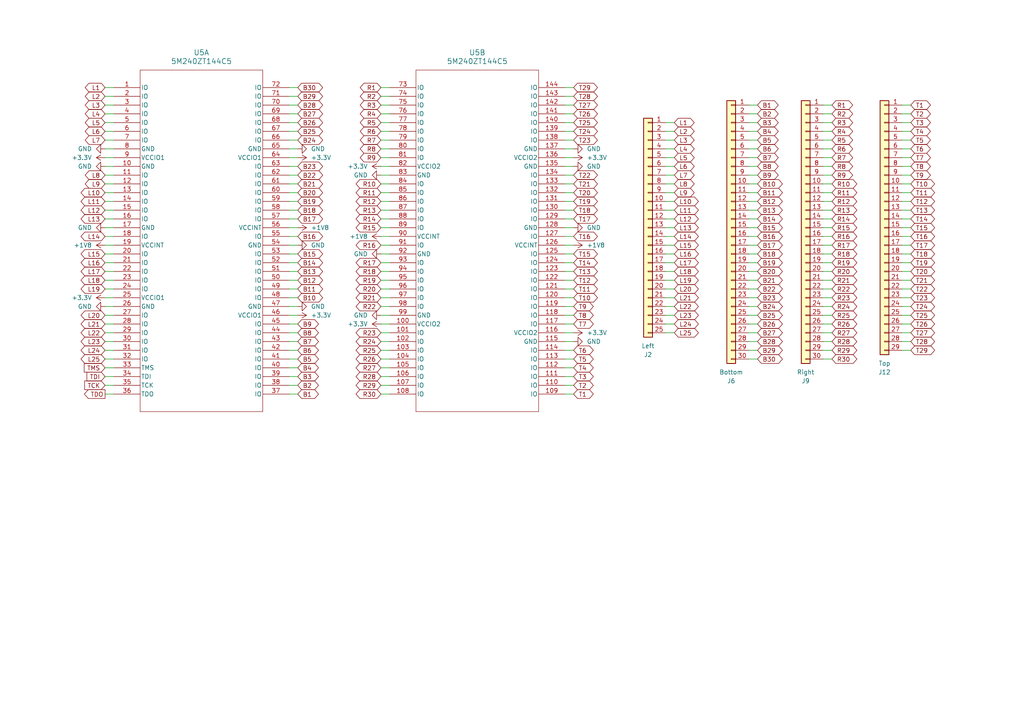
<source format=kicad_sch>
(kicad_sch (version 20230121) (generator eeschema)
  (paper "A4")
  (wire (pts (xy 110.49 106.68) (xy 113.03 106.68)))
  (wire (pts (xy 163.83 88.9) (xy 166.37 88.9)))
  (wire (pts (xy 83.82 68.58) (xy 86.36 68.58)))
  (wire (pts (xy 193.04 83.82) (xy 195.58 83.82)))
  (wire (pts (xy 163.83 76.2) (xy 166.37 76.2)))
  (wire (pts (xy 193.04 55.88) (xy 195.58 55.88)))
  (wire (pts (xy 238.76 96.52) (xy 241.3 96.52)))
  (wire (pts (xy 110.49 68.58) (xy 113.03 68.58)))
  (wire (pts (xy 83.82 111.76) (xy 86.36 111.76)))
  (wire (pts (xy 217.17 88.9) (xy 219.71 88.9)))
  (wire (pts (xy 193.04 73.66) (xy 195.58 73.66)))
  (wire (pts (xy 110.49 66.04) (xy 113.03 66.04)))
  (wire (pts (xy 261.62 30.48) (xy 264.16 30.48)))
  (wire (pts (xy 83.82 93.98) (xy 86.36 93.98)))
  (wire (pts (xy 30.48 73.66) (xy 33.02 73.66)))
  (wire (pts (xy 238.76 38.1) (xy 241.3 38.1)))
  (wire (pts (xy 217.17 66.04) (xy 219.71 66.04)))
  (wire (pts (xy 163.83 55.88) (xy 166.37 55.88)))
  (wire (pts (xy 217.17 68.58) (xy 219.71 68.58)))
  (wire (pts (xy 30.48 45.72) (xy 33.02 45.72)))
  (wire (pts (xy 110.49 76.2) (xy 113.03 76.2)))
  (wire (pts (xy 238.76 45.72) (xy 241.3 45.72)))
  (wire (pts (xy 30.48 104.14) (xy 33.02 104.14)))
  (wire (pts (xy 217.17 55.88) (xy 219.71 55.88)))
  (wire (pts (xy 83.82 45.72) (xy 86.36 45.72)))
  (wire (pts (xy 163.83 38.1) (xy 166.37 38.1)))
  (wire (pts (xy 110.49 35.56) (xy 113.03 35.56)))
  (wire (pts (xy 83.82 91.44) (xy 86.36 91.44)))
  (wire (pts (xy 83.82 101.6) (xy 86.36 101.6)))
  (wire (pts (xy 110.49 53.34) (xy 113.03 53.34)))
  (wire (pts (xy 238.76 63.5) (xy 241.3 63.5)))
  (wire (pts (xy 163.83 104.14) (xy 166.37 104.14)))
  (wire (pts (xy 238.76 99.06) (xy 241.3 99.06)))
  (wire (pts (xy 110.49 38.1) (xy 113.03 38.1)))
  (wire (pts (xy 30.48 71.12) (xy 33.02 71.12)))
  (wire (pts (xy 238.76 40.64) (xy 241.3 40.64)))
  (wire (pts (xy 110.49 50.8) (xy 113.03 50.8)))
  (wire (pts (xy 163.83 86.36) (xy 166.37 86.36)))
  (wire (pts (xy 30.48 81.28) (xy 33.02 81.28)))
  (wire (pts (xy 83.82 81.28) (xy 86.36 81.28)))
  (wire (pts (xy 238.76 48.26) (xy 241.3 48.26)))
  (wire (pts (xy 238.76 55.88) (xy 241.3 55.88)))
  (wire (pts (xy 261.62 35.56) (xy 264.16 35.56)))
  (wire (pts (xy 163.83 33.02) (xy 166.37 33.02)))
  (wire (pts (xy 83.82 35.56) (xy 86.36 35.56)))
  (wire (pts (xy 193.04 40.64) (xy 195.58 40.64)))
  (wire (pts (xy 163.83 50.8) (xy 166.37 50.8)))
  (wire (pts (xy 193.04 66.04) (xy 195.58 66.04)))
  (wire (pts (xy 238.76 73.66) (xy 241.3 73.66)))
  (wire (pts (xy 193.04 76.2) (xy 195.58 76.2)))
  (wire (pts (xy 163.83 43.18) (xy 166.37 43.18)))
  (wire (pts (xy 110.49 58.42) (xy 113.03 58.42)))
  (wire (pts (xy 261.62 40.64) (xy 264.16 40.64)))
  (wire (pts (xy 163.83 99.06) (xy 166.37 99.06)))
  (wire (pts (xy 217.17 63.5) (xy 219.71 63.5)))
  (wire (pts (xy 163.83 81.28) (xy 166.37 81.28)))
  (wire (pts (xy 217.17 93.98) (xy 219.71 93.98)))
  (wire (pts (xy 83.82 25.4) (xy 86.36 25.4)))
  (wire (pts (xy 163.83 83.82) (xy 166.37 83.82)))
  (wire (pts (xy 110.49 114.3) (xy 113.03 114.3)))
  (wire (pts (xy 163.83 30.48) (xy 166.37 30.48)))
  (wire (pts (xy 238.76 71.12) (xy 241.3 71.12)))
  (wire (pts (xy 30.48 38.1) (xy 33.02 38.1)))
  (wire (pts (xy 193.04 71.12) (xy 195.58 71.12)))
  (wire (pts (xy 261.62 93.98) (xy 264.16 93.98)))
  (wire (pts (xy 217.17 48.26) (xy 219.71 48.26)))
  (wire (pts (xy 30.48 50.8) (xy 33.02 50.8)))
  (wire (pts (xy 163.83 53.34) (xy 166.37 53.34)))
  (wire (pts (xy 30.48 43.18) (xy 33.02 43.18)))
  (wire (pts (xy 30.48 63.5) (xy 33.02 63.5)))
  (wire (pts (xy 217.17 78.74) (xy 219.71 78.74)))
  (wire (pts (xy 217.17 33.02) (xy 219.71 33.02)))
  (wire (pts (xy 30.48 66.04) (xy 33.02 66.04)))
  (wire (pts (xy 217.17 73.66) (xy 219.71 73.66)))
  (wire (pts (xy 193.04 53.34) (xy 195.58 53.34)))
  (wire (pts (xy 30.48 27.94) (xy 33.02 27.94)))
  (wire (pts (xy 238.76 93.98) (xy 241.3 93.98)))
  (wire (pts (xy 261.62 88.9) (xy 264.16 88.9)))
  (wire (pts (xy 238.76 101.6) (xy 241.3 101.6)))
  (wire (pts (xy 166.37 109.22) (xy 163.83 109.22)))
  (wire (pts (xy 193.04 96.52) (xy 195.58 96.52)))
  (wire (pts (xy 166.37 111.76) (xy 163.83 111.76)))
  (wire (pts (xy 193.04 93.98) (xy 195.58 93.98)))
  (wire (pts (xy 217.17 50.8) (xy 219.71 50.8)))
  (wire (pts (xy 30.48 33.02) (xy 33.02 33.02)))
  (wire (pts (xy 238.76 78.74) (xy 241.3 78.74)))
  (wire (pts (xy 163.83 45.72) (xy 166.37 45.72)))
  (wire (pts (xy 83.82 48.26) (xy 86.36 48.26)))
  (wire (pts (xy 110.49 109.22) (xy 113.03 109.22)))
  (wire (pts (xy 261.62 73.66) (xy 264.16 73.66)))
  (wire (pts (xy 30.48 86.36) (xy 33.02 86.36)))
  (wire (pts (xy 30.48 58.42) (xy 33.02 58.42)))
  (wire (pts (xy 261.62 81.28) (xy 264.16 81.28)))
  (wire (pts (xy 163.83 66.04) (xy 166.37 66.04)))
  (wire (pts (xy 163.83 91.44) (xy 166.37 91.44)))
  (wire (pts (xy 217.17 45.72) (xy 219.71 45.72)))
  (wire (pts (xy 30.48 109.22) (xy 33.02 109.22)))
  (wire (pts (xy 83.82 43.18) (xy 86.36 43.18)))
  (wire (pts (xy 238.76 43.18) (xy 241.3 43.18)))
  (wire (pts (xy 238.76 104.14) (xy 241.3 104.14)))
  (wire (pts (xy 261.62 99.06) (xy 264.16 99.06)))
  (wire (pts (xy 83.82 50.8) (xy 86.36 50.8)))
  (wire (pts (xy 83.82 96.52) (xy 86.36 96.52)))
  (wire (pts (xy 193.04 91.44) (xy 195.58 91.44)))
  (wire (pts (xy 30.48 48.26) (xy 33.02 48.26)))
  (wire (pts (xy 238.76 58.42) (xy 241.3 58.42)))
  (wire (pts (xy 30.48 53.34) (xy 33.02 53.34)))
  (wire (pts (xy 110.49 27.94) (xy 113.03 27.94)))
  (wire (pts (xy 217.17 101.6) (xy 219.71 101.6)))
  (wire (pts (xy 261.62 43.18) (xy 264.16 43.18)))
  (wire (pts (xy 261.62 76.2) (xy 264.16 76.2)))
  (wire (pts (xy 193.04 45.72) (xy 195.58 45.72)))
  (wire (pts (xy 163.83 60.96) (xy 166.37 60.96)))
  (wire (pts (xy 163.83 40.64) (xy 166.37 40.64)))
  (wire (pts (xy 163.83 68.58) (xy 166.37 68.58)))
  (wire (pts (xy 83.82 106.68) (xy 86.36 106.68)))
  (wire (pts (xy 83.82 71.12) (xy 86.36 71.12)))
  (wire (pts (xy 238.76 33.02) (xy 241.3 33.02)))
  (wire (pts (xy 83.82 27.94) (xy 86.36 27.94)))
  (wire (pts (xy 30.48 35.56) (xy 33.02 35.56)))
  (wire (pts (xy 110.49 73.66) (xy 113.03 73.66)))
  (wire (pts (xy 261.62 50.8) (xy 264.16 50.8)))
  (wire (pts (xy 30.48 40.64) (xy 33.02 40.64)))
  (wire (pts (xy 261.62 71.12) (xy 264.16 71.12)))
  (wire (pts (xy 238.76 53.34) (xy 241.3 53.34)))
  (wire (pts (xy 193.04 43.18) (xy 195.58 43.18)))
  (wire (pts (xy 110.49 111.76) (xy 113.03 111.76)))
  (wire (pts (xy 238.76 91.44) (xy 241.3 91.44)))
  (wire (pts (xy 163.83 96.52) (xy 166.37 96.52)))
  (wire (pts (xy 261.62 66.04) (xy 264.16 66.04)))
  (wire (pts (xy 83.82 33.02) (xy 86.36 33.02)))
  (wire (pts (xy 110.49 33.02) (xy 113.03 33.02)))
  (wire (pts (xy 110.49 25.4) (xy 113.03 25.4)))
  (wire (pts (xy 217.17 38.1) (xy 219.71 38.1)))
  (wire (pts (xy 217.17 96.52) (xy 219.71 96.52)))
  (wire (pts (xy 238.76 60.96) (xy 241.3 60.96)))
  (wire (pts (xy 83.82 55.88) (xy 86.36 55.88)))
  (wire (pts (xy 83.82 66.04) (xy 86.36 66.04)))
  (wire (pts (xy 217.17 104.14) (xy 219.71 104.14)))
  (wire (pts (xy 83.82 86.36) (xy 86.36 86.36)))
  (wire (pts (xy 83.82 60.96) (xy 86.36 60.96)))
  (wire (pts (xy 110.49 91.44) (xy 113.03 91.44)))
  (wire (pts (xy 83.82 78.74) (xy 86.36 78.74)))
  (wire (pts (xy 110.49 63.5) (xy 113.03 63.5)))
  (wire (pts (xy 238.76 86.36) (xy 241.3 86.36)))
  (wire (pts (xy 261.62 48.26) (xy 264.16 48.26)))
  (wire (pts (xy 217.17 76.2) (xy 219.71 76.2)))
  (wire (pts (xy 217.17 58.42) (xy 219.71 58.42)))
  (wire (pts (xy 261.62 55.88) (xy 264.16 55.88)))
  (wire (pts (xy 217.17 99.06) (xy 219.71 99.06)))
  (wire (pts (xy 217.17 91.44) (xy 219.71 91.44)))
  (wire (pts (xy 110.49 86.36) (xy 113.03 86.36)))
  (wire (pts (xy 193.04 88.9) (xy 195.58 88.9)))
  (wire (pts (xy 163.83 71.12) (xy 166.37 71.12)))
  (wire (pts (xy 110.49 71.12) (xy 113.03 71.12)))
  (wire (pts (xy 163.83 58.42) (xy 166.37 58.42)))
  (wire (pts (xy 110.49 30.48) (xy 113.03 30.48)))
  (wire (pts (xy 238.76 66.04) (xy 241.3 66.04)))
  (wire (pts (xy 193.04 63.5) (xy 195.58 63.5)))
  (wire (pts (xy 193.04 50.8) (xy 195.58 50.8)))
  (wire (pts (xy 193.04 81.28) (xy 195.58 81.28)))
  (wire (pts (xy 83.82 73.66) (xy 86.36 73.66)))
  (wire (pts (xy 83.82 104.14) (xy 86.36 104.14)))
  (wire (pts (xy 238.76 88.9) (xy 241.3 88.9)))
  (wire (pts (xy 193.04 48.26) (xy 195.58 48.26)))
  (wire (pts (xy 163.83 25.4) (xy 166.37 25.4)))
  (wire (pts (xy 238.76 83.82) (xy 241.3 83.82)))
  (wire (pts (xy 83.82 88.9) (xy 86.36 88.9)))
  (wire (pts (xy 83.82 38.1) (xy 86.36 38.1)))
  (wire (pts (xy 110.49 60.96) (xy 113.03 60.96)))
  (wire (pts (xy 193.04 60.96) (xy 195.58 60.96)))
  (wire (pts (xy 110.49 93.98) (xy 113.03 93.98)))
  (wire (pts (xy 261.62 58.42) (xy 264.16 58.42)))
  (wire (pts (xy 30.48 101.6) (xy 33.02 101.6)))
  (wire (pts (xy 110.49 43.18) (xy 113.03 43.18)))
  (wire (pts (xy 261.62 91.44) (xy 264.16 91.44)))
  (wire (pts (xy 238.76 50.8) (xy 241.3 50.8)))
  (wire (pts (xy 30.48 93.98) (xy 33.02 93.98)))
  (wire (pts (xy 83.82 53.34) (xy 86.36 53.34)))
  (wire (pts (xy 238.76 76.2) (xy 241.3 76.2)))
  (wire (pts (xy 110.49 81.28) (xy 113.03 81.28)))
  (wire (pts (xy 110.49 83.82) (xy 113.03 83.82)))
  (wire (pts (xy 83.82 63.5) (xy 86.36 63.5)))
  (wire (pts (xy 217.17 53.34) (xy 219.71 53.34)))
  (wire (pts (xy 163.83 35.56) (xy 166.37 35.56)))
  (wire (pts (xy 193.04 58.42) (xy 195.58 58.42)))
  (wire (pts (xy 238.76 68.58) (xy 241.3 68.58)))
  (wire (pts (xy 30.48 60.96) (xy 33.02 60.96)))
  (wire (pts (xy 217.17 60.96) (xy 219.71 60.96)))
  (wire (pts (xy 83.82 40.64) (xy 86.36 40.64)))
  (wire (pts (xy 86.36 114.3) (xy 83.82 114.3)))
  (wire (pts (xy 110.49 48.26) (xy 113.03 48.26)))
  (wire (pts (xy 261.62 60.96) (xy 264.16 60.96)))
  (wire (pts (xy 261.62 101.6) (xy 264.16 101.6)))
  (wire (pts (xy 217.17 86.36) (xy 219.71 86.36)))
  (wire (pts (xy 261.62 38.1) (xy 264.16 38.1)))
  (wire (pts (xy 163.83 63.5) (xy 166.37 63.5)))
  (wire (pts (xy 261.62 33.02) (xy 264.16 33.02)))
  (wire (pts (xy 30.48 76.2) (xy 33.02 76.2)))
  (wire (pts (xy 261.62 53.34) (xy 264.16 53.34)))
  (wire (pts (xy 163.83 73.66) (xy 166.37 73.66)))
  (wire (pts (xy 110.49 101.6) (xy 113.03 101.6)))
  (wire (pts (xy 30.48 111.76) (xy 33.02 111.76)))
  (wire (pts (xy 163.83 78.74) (xy 166.37 78.74)))
  (wire (pts (xy 30.48 25.4) (xy 33.02 25.4)))
  (wire (pts (xy 110.49 55.88) (xy 113.03 55.88)))
  (wire (pts (xy 163.83 93.98) (xy 166.37 93.98)))
  (wire (pts (xy 261.62 63.5) (xy 264.16 63.5)))
  (wire (pts (xy 193.04 78.74) (xy 195.58 78.74)))
  (wire (pts (xy 83.82 30.48) (xy 86.36 30.48)))
  (wire (pts (xy 30.48 83.82) (xy 33.02 83.82)))
  (wire (pts (xy 238.76 81.28) (xy 241.3 81.28)))
  (wire (pts (xy 83.82 58.42) (xy 86.36 58.42)))
  (wire (pts (xy 261.62 45.72) (xy 264.16 45.72)))
  (wire (pts (xy 166.37 106.68) (xy 163.83 106.68)))
  (wire (pts (xy 110.49 78.74) (xy 113.03 78.74)))
  (wire (pts (xy 261.62 78.74) (xy 264.16 78.74)))
  (wire (pts (xy 193.04 68.58) (xy 195.58 68.58)))
  (wire (pts (xy 193.04 38.1) (xy 195.58 38.1)))
  (wire (pts (xy 83.82 109.22) (xy 86.36 109.22)))
  (wire (pts (xy 217.17 30.48) (xy 219.71 30.48)))
  (wire (pts (xy 163.83 101.6) (xy 166.37 101.6)))
  (wire (pts (xy 110.49 88.9) (xy 113.03 88.9)))
  (wire (pts (xy 83.82 76.2) (xy 86.36 76.2)))
  (wire (pts (xy 238.76 30.48) (xy 241.3 30.48)))
  (wire (pts (xy 30.48 78.74) (xy 33.02 78.74)))
  (wire (pts (xy 261.62 86.36) (xy 264.16 86.36)))
  (wire (pts (xy 30.48 99.06) (xy 33.02 99.06)))
  (wire (pts (xy 217.17 81.28) (xy 219.71 81.28)))
  (wire (pts (xy 193.04 86.36) (xy 195.58 86.36)))
  (wire (pts (xy 30.48 88.9) (xy 33.02 88.9)))
  (wire (pts (xy 30.48 91.44) (xy 33.02 91.44)))
  (wire (pts (xy 163.83 48.26) (xy 166.37 48.26)))
  (wire (pts (xy 261.62 68.58) (xy 264.16 68.58)))
  (wire (pts (xy 110.49 40.64) (xy 113.03 40.64)))
  (wire (pts (xy 166.37 114.3) (xy 163.83 114.3)))
  (wire (pts (xy 238.76 35.56) (xy 241.3 35.56)))
  (wire (pts (xy 193.04 35.56) (xy 195.58 35.56)))
  (wire (pts (xy 163.83 27.94) (xy 166.37 27.94)))
  (wire (pts (xy 217.17 35.56) (xy 219.71 35.56)))
  (wire (pts (xy 30.48 55.88) (xy 33.02 55.88)))
  (wire (pts (xy 261.62 83.82) (xy 264.16 83.82)))
  (wire (pts (xy 110.49 45.72) (xy 113.03 45.72)))
  (wire (pts (xy 217.17 71.12) (xy 219.71 71.12)))
  (wire (pts (xy 83.82 83.82) (xy 86.36 83.82)))
  (wire (pts (xy 30.48 30.48) (xy 33.02 30.48)))
  (wire (pts (xy 30.48 68.58) (xy 33.02 68.58)))
  (wire (pts (xy 217.17 83.82) (xy 219.71 83.82)))
  (wire (pts (xy 110.49 104.14) (xy 113.03 104.14)))
  (wire (pts (xy 30.48 96.52) (xy 33.02 96.52)))
  (wire (pts (xy 30.48 114.3) (xy 33.02 114.3)))
  (wire (pts (xy 217.17 43.18) (xy 219.71 43.18)))
  (wire (pts (xy 110.49 99.06) (xy 113.03 99.06)))
  (wire (pts (xy 217.17 40.64) (xy 219.71 40.64)))
  (wire (pts (xy 110.49 96.52) (xy 113.03 96.52)))
  (wire (pts (xy 30.48 106.68) (xy 33.02 106.68)))
  (wire (pts (xy 83.82 99.06) (xy 86.36 99.06)))
  (wire (pts (xy 261.62 96.52) (xy 264.16 96.52)))
  (global_label "B20" (shape bidirectional) (at 86.36 55.88 0) (property "Intersheetrefs" "${INTERSHEET_REFS}" (effects hide)))
  (global_label "L3" (shape bidirectional) (at 30.48 30.48 180) (property "Intersheetrefs" "${INTERSHEET_REFS}" (effects hide)))
  (global_label "B5" (shape bidirectional) (at 219.71 40.64 0) (property "Intersheetrefs" "${INTERSHEET_REFS}" (effects hide)))
  (global_label "T7" (shape bidirectional) (at 166.37 93.98 0) (property "Intersheetrefs" "${INTERSHEET_REFS}" (effects hide)))
  (global_label "B12" (shape bidirectional) (at 86.36 81.28 0) (property "Intersheetrefs" "${INTERSHEET_REFS}" (effects hide)))
  (global_label "T6" (shape bidirectional) (at 264.16 43.18 0) (property "Intersheetrefs" "${INTERSHEET_REFS}" (effects hide)))
  (global_label "TCK" (shape input) (at 30.48 111.76 180) (property "Intersheetrefs" "${INTERSHEET_REFS}" (effects hide)))
  (global_label "B7" (shape bidirectional) (at 219.71 45.72 0) (property "Intersheetrefs" "${INTERSHEET_REFS}" (effects hide)))
  (global_label "B23" (shape bidirectional) (at 86.36 48.26 0) (property "Intersheetrefs" "${INTERSHEET_REFS}" (effects hide)))
  (global_label "T13" (shape bidirectional) (at 166.37 78.74 0) (property "Intersheetrefs" "${INTERSHEET_REFS}" (effects hide)))
  (global_label "B6" (shape bidirectional) (at 219.71 43.18 0) (property "Intersheetrefs" "${INTERSHEET_REFS}" (effects hide)))
  (global_label "R28" (shape bidirectional) (at 241.3 99.06 0) (property "Intersheetrefs" "${INTERSHEET_REFS}" (effects hide)))
  (global_label "R17" (shape bidirectional) (at 241.3 71.12 0) (property "Intersheetrefs" "${INTERSHEET_REFS}" (effects hide)))
  (global_label "B8" (shape bidirectional) (at 86.36 96.52 0) (property "Intersheetrefs" "${INTERSHEET_REFS}" (effects hide)))
  (global_label "B16" (shape bidirectional) (at 219.71 68.58 0) (property "Intersheetrefs" "${INTERSHEET_REFS}" (effects hide)))
  (global_label "T5" (shape bidirectional) (at 166.37 104.14 0) (property "Intersheetrefs" "${INTERSHEET_REFS}" (effects hide)))
  (global_label "B4" (shape bidirectional) (at 219.71 38.1 0) (property "Intersheetrefs" "${INTERSHEET_REFS}" (effects hide)))
  (global_label "T10" (shape bidirectional) (at 166.37 86.36 0) (property "Intersheetrefs" "${INTERSHEET_REFS}" (effects hide)))
  (global_label "R21" (shape bidirectional) (at 241.3 81.28 0) (property "Intersheetrefs" "${INTERSHEET_REFS}" (effects hide)))
  (global_label "R7" (shape bidirectional) (at 110.49 40.64 180) (property "Intersheetrefs" "${INTERSHEET_REFS}" (effects hide)))
  (global_label "R6" (shape bidirectional) (at 241.3 43.18 0) (property "Intersheetrefs" "${INTERSHEET_REFS}" (effects hide)))
  (global_label "T4" (shape bidirectional) (at 264.16 38.1 0) (property "Intersheetrefs" "${INTERSHEET_REFS}" (effects hide)))
  (global_label "B13" (shape bidirectional) (at 86.36 78.74 0) (property "Intersheetrefs" "${INTERSHEET_REFS}" (effects hide)))
  (global_label "L14" (shape bidirectional) (at 195.58 68.58 0) (property "Intersheetrefs" "${INTERSHEET_REFS}" (effects hide)))
  (global_label "R28" (shape bidirectional) (at 110.49 109.22 180) (property "Intersheetrefs" "${INTERSHEET_REFS}" (effects hide)))
  (global_label "B4" (shape bidirectional) (at 86.36 106.68 0) (property "Intersheetrefs" "${INTERSHEET_REFS}" (effects hide)))
  (global_label "T6" (shape bidirectional) (at 166.37 101.6 0) (property "Intersheetrefs" "${INTERSHEET_REFS}" (effects hide)))
  (global_label "T2" (shape bidirectional) (at 166.37 111.76 0) (property "Intersheetrefs" "${INTERSHEET_REFS}" (effects hide)))
  (global_label "T8" (shape bidirectional) (at 166.37 91.44 0) (property "Intersheetrefs" "${INTERSHEET_REFS}" (effects hide)))
  (global_label "T22" (shape bidirectional) (at 166.37 50.8 0) (property "Intersheetrefs" "${INTERSHEET_REFS}" (effects hide)))
  (global_label "R8" (shape bidirectional) (at 110.49 43.18 180) (property "Intersheetrefs" "${INTERSHEET_REFS}" (effects hide)))
  (global_label "R11" (shape bidirectional) (at 110.49 55.88 180) (property "Intersheetrefs" "${INTERSHEET_REFS}" (effects hide)))
  (global_label "B29" (shape bidirectional) (at 86.36 27.94 0) (property "Intersheetrefs" "${INTERSHEET_REFS}" (effects hide)))
  (global_label "R14" (shape bidirectional) (at 241.3 63.5 0) (property "Intersheetrefs" "${INTERSHEET_REFS}" (effects hide)))
  (global_label "L25" (shape bidirectional) (at 195.58 96.52 0) (property "Intersheetrefs" "${INTERSHEET_REFS}" (effects hide)))
  (global_label "R9" (shape bidirectional) (at 110.49 45.72 180) (property "Intersheetrefs" "${INTERSHEET_REFS}" (effects hide)))
  (global_label "R16" (shape bidirectional) (at 241.3 68.58 0) (property "Intersheetrefs" "${INTERSHEET_REFS}" (effects hide)))
  (global_label "L18" (shape bidirectional) (at 195.58 78.74 0) (property "Intersheetrefs" "${INTERSHEET_REFS}" (effects hide)))
  (global_label "R22" (shape bidirectional) (at 241.3 83.82 0) (property "Intersheetrefs" "${INTERSHEET_REFS}" (effects hide)))
  (global_label "T5" (shape bidirectional) (at 264.16 40.64 0) (property "Intersheetrefs" "${INTERSHEET_REFS}" (effects hide)))
  (global_label "R1" (shape bidirectional) (at 241.3 30.48 0) (property "Intersheetrefs" "${INTERSHEET_REFS}" (effects hide)))
  (global_label "R18" (shape bidirectional) (at 241.3 73.66 0) (property "Intersheetrefs" "${INTERSHEET_REFS}" (effects hide)))
  (global_label "T24" (shape bidirectional) (at 264.16 88.9 0) (property "Intersheetrefs" "${INTERSHEET_REFS}" (effects hide)))
  (global_label "TDI" (shape input) (at 30.48 109.22 180) (property "Intersheetrefs" "${INTERSHEET_REFS}" (effects hide)))
  (global_label "T14" (shape bidirectional) (at 166.37 76.2 0) (property "Intersheetrefs" "${INTERSHEET_REFS}" (effects hide)))
  (global_label "R30" (shape bidirectional) (at 241.3 104.14 0) (property "Intersheetrefs" "${INTERSHEET_REFS}" (effects hide)))
  (global_label "L6" (shape bidirectional) (at 30.48 38.1 180) (property "Intersheetrefs" "${INTERSHEET_REFS}" (effects hide)))
  (global_label "B27" (shape bidirectional) (at 86.36 33.02 0) (property "Intersheetrefs" "${INTERSHEET_REFS}" (effects hide)))
  (global_label "B23" (shape bidirectional) (at 219.71 86.36 0) (property "Intersheetrefs" "${INTERSHEET_REFS}" (effects hide)))
  (global_label "L6" (shape bidirectional) (at 195.58 48.26 0) (property "Intersheetrefs" "${INTERSHEET_REFS}" (effects hide)))
  (global_label "B7" (shape bidirectional) (at 86.36 99.06 0) (property "Intersheetrefs" "${INTERSHEET_REFS}" (effects hide)))
  (global_label "L5" (shape bidirectional) (at 30.48 35.56 180) (property "Intersheetrefs" "${INTERSHEET_REFS}" (effects hide)))
  (global_label "B12" (shape bidirectional) (at 219.71 58.42 0) (property "Intersheetrefs" "${INTERSHEET_REFS}" (effects hide)))
  (global_label "R16" (shape bidirectional) (at 110.49 71.12 180) (property "Intersheetrefs" "${INTERSHEET_REFS}" (effects hide)))
  (global_label "R13" (shape bidirectional) (at 110.49 60.96 180) (property "Intersheetrefs" "${INTERSHEET_REFS}" (effects hide)))
  (global_label "L8" (shape bidirectional) (at 195.58 53.34 0) (property "Intersheetrefs" "${INTERSHEET_REFS}" (effects hide)))
  (global_label "R15" (shape bidirectional) (at 110.49 66.04 180) (property "Intersheetrefs" "${INTERSHEET_REFS}" (effects hide)))
  (global_label "L11" (shape bidirectional) (at 30.48 58.42 180) (property "Intersheetrefs" "${INTERSHEET_REFS}" (effects hide)))
  (global_label "L5" (shape bidirectional) (at 195.58 45.72 0) (property "Intersheetrefs" "${INTERSHEET_REFS}" (effects hide)))
  (global_label "T12" (shape bidirectional) (at 264.16 58.42 0) (property "Intersheetrefs" "${INTERSHEET_REFS}" (effects hide)))
  (global_label "L16" (shape bidirectional) (at 30.48 76.2 180) (property "Intersheetrefs" "${INTERSHEET_REFS}" (effects hide)))
  (global_label "T17" (shape bidirectional) (at 264.16 71.12 0) (property "Intersheetrefs" "${INTERSHEET_REFS}" (effects hide)))
  (global_label "R21" (shape bidirectional) (at 110.49 86.36 180) (property "Intersheetrefs" "${INTERSHEET_REFS}" (effects hide)))
  (global_label "R20" (shape bidirectional) (at 241.3 78.74 0) (property "Intersheetrefs" "${INTERSHEET_REFS}" (effects hide)))
  (global_label "R10" (shape bidirectional) (at 110.49 53.34 180) (property "Intersheetrefs" "${INTERSHEET_REFS}" (effects hide)))
  (global_label "T17" (shape bidirectional) (at 166.37 63.5 0) (property "Intersheetrefs" "${INTERSHEET_REFS}" (effects hide)))
  (global_label "L23" (shape bidirectional) (at 30.48 99.06 180) (property "Intersheetrefs" "${INTERSHEET_REFS}" (effects hide)))
  (global_label "L2" (shape bidirectional) (at 30.48 27.94 180) (property "Intersheetrefs" "${INTERSHEET_REFS}" (effects hide)))
  (global_label "B25" (shape bidirectional) (at 86.36 38.1 0) (property "Intersheetrefs" "${INTERSHEET_REFS}" (effects hide)))
  (global_label "B19" (shape bidirectional) (at 219.71 76.2 0) (property "Intersheetrefs" "${INTERSHEET_REFS}" (effects hide)))
  (global_label "B21" (shape bidirectional) (at 86.36 53.34 0) (property "Intersheetrefs" "${INTERSHEET_REFS}" (effects hide)))
  (global_label "T27" (shape bidirectional) (at 166.37 30.48 0) (property "Intersheetrefs" "${INTERSHEET_REFS}" (effects hide)))
  (global_label "T18" (shape bidirectional) (at 166.37 60.96 0) (property "Intersheetrefs" "${INTERSHEET_REFS}" (effects hide)))
  (global_label "L1" (shape bidirectional) (at 195.58 35.56 0) (property "Intersheetrefs" "${INTERSHEET_REFS}" (effects hide)))
  (global_label "R22" (shape bidirectional) (at 110.49 88.9 180) (property "Intersheetrefs" "${INTERSHEET_REFS}" (effects hide)))
  (global_label "B22" (shape bidirectional) (at 219.71 83.82 0) (property "Intersheetrefs" "${INTERSHEET_REFS}" (effects hide)))
  (global_label "B16" (shape bidirectional) (at 86.36 68.58 0) (property "Intersheetrefs" "${INTERSHEET_REFS}" (effects hide)))
  (global_label "T11" (shape bidirectional) (at 264.16 55.88 0) (property "Intersheetrefs" "${INTERSHEET_REFS}" (effects hide)))
  (global_label "T26" (shape bidirectional) (at 166.37 33.02 0) (property "Intersheetrefs" "${INTERSHEET_REFS}" (effects hide)))
  (global_label "L9" (shape bidirectional) (at 30.48 53.34 180) (property "Intersheetrefs" "${INTERSHEET_REFS}" (effects hide)))
  (global_label "R3" (shape bidirectional) (at 110.49 30.48 180) (property "Intersheetrefs" "${INTERSHEET_REFS}" (effects hide)))
  (global_label "L10" (shape bidirectional) (at 30.48 55.88 180) (property "Intersheetrefs" "${INTERSHEET_REFS}" (effects hide)))
  (global_label "R5" (shape bidirectional) (at 241.3 40.64 0) (property "Intersheetrefs" "${INTERSHEET_REFS}" (effects hide)))
  (global_label "R8" (shape bidirectional) (at 241.3 48.26 0) (property "Intersheetrefs" "${INTERSHEET_REFS}" (effects hide)))
  (global_label "L12" (shape bidirectional) (at 30.48 60.96 180) (property "Intersheetrefs" "${INTERSHEET_REFS}" (effects hide)))
  (global_label "T25" (shape bidirectional) (at 264.16 91.44 0) (property "Intersheetrefs" "${INTERSHEET_REFS}" (effects hide)))
  (global_label "L2" (shape bidirectional) (at 195.58 38.1 0) (property "Intersheetrefs" "${INTERSHEET_REFS}" (effects hide)))
  (global_label "B15" (shape bidirectional) (at 86.36 73.66 0) (property "Intersheetrefs" "${INTERSHEET_REFS}" (effects hide)))
  (global_label "T16" (shape bidirectional) (at 166.37 68.58 0) (property "Intersheetrefs" "${INTERSHEET_REFS}" (effects hide)))
  (global_label "B10" (shape bidirectional) (at 86.36 86.36 0) (property "Intersheetrefs" "${INTERSHEET_REFS}" (effects hide)))
  (global_label "B14" (shape bidirectional) (at 219.71 63.5 0) (property "Intersheetrefs" "${INTERSHEET_REFS}" (effects hide)))
  (global_label "R19" (shape bidirectional) (at 241.3 76.2 0) (property "Intersheetrefs" "${INTERSHEET_REFS}" (effects hide)))
  (global_label "L7" (shape bidirectional) (at 30.48 40.64 180) (property "Intersheetrefs" "${INTERSHEET_REFS}" (effects hide)))
  (global_label "B26" (shape bidirectional) (at 86.36 35.56 0) (property "Intersheetrefs" "${INTERSHEET_REFS}" (effects hide)))
  (global_label "R10" (shape bidirectional) (at 241.3 53.34 0) (property "Intersheetrefs" "${INTERSHEET_REFS}" (effects hide)))
  (global_label "L12" (shape bidirectional) (at 195.58 63.5 0) (property "Intersheetrefs" "${INTERSHEET_REFS}" (effects hide)))
  (global_label "T11" (shape bidirectional) (at 166.37 83.82 0) (property "Intersheetrefs" "${INTERSHEET_REFS}" (effects hide)))
  (global_label "B19" (shape bidirectional) (at 86.36 58.42 0) (property "Intersheetrefs" "${INTERSHEET_REFS}" (effects hide)))
  (global_label "B1" (shape bidirectional) (at 86.36 114.3 0) (property "Intersheetrefs" "${INTERSHEET_REFS}" (effects hide)))
  (global_label "T15" (shape bidirectional) (at 264.16 66.04 0) (property "Intersheetrefs" "${INTERSHEET_REFS}" (effects hide)))
  (global_label "T25" (shape bidirectional) (at 166.37 35.56 0) (property "Intersheetrefs" "${INTERSHEET_REFS}" (effects hide)))
  (global_label "R20" (shape bidirectional) (at 110.49 83.82 180) (property "Intersheetrefs" "${INTERSHEET_REFS}" (effects hide)))
  (global_label "R17" (shape bidirectional) (at 110.49 76.2 180) (property "Intersheetrefs" "${INTERSHEET_REFS}" (effects hide)))
  (global_label "T12" (shape bidirectional) (at 166.37 81.28 0) (property "Intersheetrefs" "${INTERSHEET_REFS}" (effects hide)))
  (global_label "L4" (shape bidirectional) (at 195.58 43.18 0) (property "Intersheetrefs" "${INTERSHEET_REFS}" (effects hide)))
  (global_label "B11" (shape bidirectional) (at 86.36 83.82 0) (property "Intersheetrefs" "${INTERSHEET_REFS}" (effects hide)))
  (global_label "L21" (shape bidirectional) (at 195.58 86.36 0) (property "Intersheetrefs" "${INTERSHEET_REFS}" (effects hide)))
  (global_label "R26" (shape bidirectional) (at 241.3 93.98 0) (property "Intersheetrefs" "${INTERSHEET_REFS}" (effects hide)))
  (global_label "L19" (shape bidirectional) (at 195.58 81.28 0) (property "Intersheetrefs" "${INTERSHEET_REFS}" (effects hide)))
  (global_label "T1" (shape bidirectional) (at 264.16 30.48 0) (property "Intersheetrefs" "${INTERSHEET_REFS}" (effects hide)))
  (global_label "B17" (shape bidirectional) (at 86.36 63.5 0) (property "Intersheetrefs" "${INTERSHEET_REFS}" (effects hide)))
  (global_label "R27" (shape bidirectional) (at 110.49 106.68 180) (property "Intersheetrefs" "${INTERSHEET_REFS}" (effects hide)))
  (global_label "B30" (shape bidirectional) (at 86.36 25.4 0) (property "Intersheetrefs" "${INTERSHEET_REFS}" (effects hide)))
  (global_label "R29" (shape bidirectional) (at 241.3 101.6 0) (property "Intersheetrefs" "${INTERSHEET_REFS}" (effects hide)))
  (global_label "B5" (shape bidirectional) (at 86.36 104.14 0) (property "Intersheetrefs" "${INTERSHEET_REFS}" (effects hide)))
  (global_label "B10" (shape bidirectional) (at 219.71 53.34 0) (property "Intersheetrefs" "${INTERSHEET_REFS}" (effects hide)))
  (global_label "T23" (shape bidirectional) (at 264.16 86.36 0) (property "Intersheetrefs" "${INTERSHEET_REFS}" (effects hide)))
  (global_label "L1" (shape bidirectional) (at 30.48 25.4 180) (property "Intersheetrefs" "${INTERSHEET_REFS}" (effects hide)))
  (global_label "L15" (shape bidirectional) (at 195.58 71.12 0) (property "Intersheetrefs" "${INTERSHEET_REFS}" (effects hide)))
  (global_label "B17" (shape bidirectional) (at 219.71 71.12 0) (property "Intersheetrefs" "${INTERSHEET_REFS}" (effects hide)))
  (global_label "R25" (shape bidirectional) (at 241.3 91.44 0) (property "Intersheetrefs" "${INTERSHEET_REFS}" (effects hide)))
  (global_label "B27" (shape bidirectional) (at 219.71 96.52 0) (property "Intersheetrefs" "${INTERSHEET_REFS}" (effects hide)))
  (global_label "B30" (shape bidirectional) (at 219.71 104.14 0) (property "Intersheetrefs" "${INTERSHEET_REFS}" (effects hide)))
  (global_label "T18" (shape bidirectional) (at 264.16 73.66 0) (property "Intersheetrefs" "${INTERSHEET_REFS}" (effects hide)))
  (global_label "L17" (shape bidirectional) (at 195.58 76.2 0) (property "Intersheetrefs" "${INTERSHEET_REFS}" (effects hide)))
  (global_label "R27" (shape bidirectional) (at 241.3 96.52 0) (property "Intersheetrefs" "${INTERSHEET_REFS}" (effects hide)))
  (global_label "L22" (shape bidirectional) (at 30.48 96.52 180) (property "Intersheetrefs" "${INTERSHEET_REFS}" (effects hide)))
  (global_label "T9" (shape bidirectional) (at 166.37 88.9 0) (property "Intersheetrefs" "${INTERSHEET_REFS}" (effects hide)))
  (global_label "B9" (shape bidirectional) (at 219.71 50.8 0) (property "Intersheetrefs" "${INTERSHEET_REFS}" (effects hide)))
  (global_label "T3" (shape bidirectional) (at 166.37 109.22 0) (property "Intersheetrefs" "${INTERSHEET_REFS}" (effects hide)))
  (global_label "T9" (shape bidirectional) (at 264.16 50.8 0) (property "Intersheetrefs" "${INTERSHEET_REFS}" (effects hide)))
  (global_label "B2" (shape bidirectional) (at 86.36 111.76 0) (property "Intersheetrefs" "${INTERSHEET_REFS}" (effects hide)))
  (global_label "L4" (shape bidirectional) (at 30.48 33.02 180) (property "Intersheetrefs" "${INTERSHEET_REFS}" (effects hide)))
  (global_label "B24" (shape bidirectional) (at 219.71 88.9 0) (property "Intersheetrefs" "${INTERSHEET_REFS}" (effects hide)))
  (global_label "L21" (shape bidirectional) (at 30.48 93.98 180) (property "Intersheetrefs" "${INTERSHEET_REFS}" (effects hide)))
  (global_label "T22" (shape bidirectional) (at 264.16 83.82 0) (property "Intersheetrefs" "${INTERSHEET_REFS}" (effects hide)))
  (global_label "L16" (shape bidirectional) (at 195.58 73.66 0) (property "Intersheetrefs" "${INTERSHEET_REFS}" (effects hide)))
  (global_label "R19" (shape bidirectional) (at 110.49 81.28 180) (property "Intersheetrefs" "${INTERSHEET_REFS}" (effects hide)))
  (global_label "T7" (shape bidirectional) (at 264.16 45.72 0) (property "Intersheetrefs" "${INTERSHEET_REFS}" (effects hide)))
  (global_label "R13" (shape bidirectional) (at 241.3 60.96 0) (property "Intersheetrefs" "${INTERSHEET_REFS}" (effects hide)))
  (global_label "T8" (shape bidirectional) (at 264.16 48.26 0) (property "Intersheetrefs" "${INTERSHEET_REFS}" (effects hide)))
  (global_label "T27" (shape bidirectional) (at 264.16 96.52 0) (property "Intersheetrefs" "${INTERSHEET_REFS}" (effects hide)))
  (global_label "T20" (shape bidirectional) (at 264.16 78.74 0) (property "Intersheetrefs" "${INTERSHEET_REFS}" (effects hide)))
  (global_label "R2" (shape bidirectional) (at 110.49 27.94 180) (property "Intersheetrefs" "${INTERSHEET_REFS}" (effects hide)))
  (global_label "T16" (shape bidirectional) (at 264.16 68.58 0) (property "Intersheetrefs" "${INTERSHEET_REFS}" (effects hide)))
  (global_label "R23" (shape bidirectional) (at 241.3 86.36 0) (property "Intersheetrefs" "${INTERSHEET_REFS}" (effects hide)))
  (global_label "B8" (shape bidirectional) (at 219.71 48.26 0) (property "Intersheetrefs" "${INTERSHEET_REFS}" (effects hide)))
  (global_label "T13" (shape bidirectional) (at 264.16 60.96 0) (property "Intersheetrefs" "${INTERSHEET_REFS}" (effects hide)))
  (global_label "L22" (shape bidirectional) (at 195.58 88.9 0) (property "Intersheetrefs" "${INTERSHEET_REFS}" (effects hide)))
  (global_label "L3" (shape bidirectional) (at 195.58 40.64 0) (property "Intersheetrefs" "${INTERSHEET_REFS}" (effects hide)))
  (global_label "B28" (shape bidirectional) (at 219.71 99.06 0) (property "Intersheetrefs" "${INTERSHEET_REFS}" (effects hide)))
  (global_label "B15" (shape bidirectional) (at 219.71 66.04 0) (property "Intersheetrefs" "${INTERSHEET_REFS}" (effects hide)))
  (global_label "B22" (shape bidirectional) (at 86.36 50.8 0) (property "Intersheetrefs" "${INTERSHEET_REFS}" (effects hide)))
  (global_label "B29" (shape bidirectional) (at 219.71 101.6 0) (property "Intersheetrefs" "${INTERSHEET_REFS}" (effects hide)))
  (global_label "L19" (shape bidirectional) (at 30.48 83.82 180) (property "Intersheetrefs" "${INTERSHEET_REFS}" (effects hide)))
  (global_label "L24" (shape bidirectional) (at 30.48 101.6 180) (property "Intersheetrefs" "${INTERSHEET_REFS}" (effects hide)))
  (global_label "R5" (shape bidirectional) (at 110.49 35.56 180) (property "Intersheetrefs" "${INTERSHEET_REFS}" (effects hide)))
  (global_label "R4" (shape bidirectional) (at 110.49 33.02 180) (property "Intersheetrefs" "${INTERSHEET_REFS}" (effects hide)))
  (global_label "L7" (shape bidirectional) (at 195.58 50.8 0) (property "Intersheetrefs" "${INTERSHEET_REFS}" (effects hide)))
  (global_label "R14" (shape bidirectional) (at 110.49 63.5 180) (property "Intersheetrefs" "${INTERSHEET_REFS}" (effects hide)))
  (global_label "B3" (shape bidirectional) (at 219.71 35.56 0) (property "Intersheetrefs" "${INTERSHEET_REFS}" (effects hide)))
  (global_label "R11" (shape bidirectional) (at 241.3 55.88 0) (property "Intersheetrefs" "${INTERSHEET_REFS}" (effects hide)))
  (global_label "R3" (shape bidirectional) (at 241.3 35.56 0) (property "Intersheetrefs" "${INTERSHEET_REFS}" (effects hide)))
  (global_label "R12" (shape bidirectional) (at 110.49 58.42 180) (property "Intersheetrefs" "${INTERSHEET_REFS}" (effects hide)))
  (global_label "T26" (shape bidirectional) (at 264.16 93.98 0) (property "Intersheetrefs" "${INTERSHEET_REFS}" (effects hide)))
  (global_label "L18" (shape bidirectional) (at 30.48 81.28 180) (property "Intersheetrefs" "${INTERSHEET_REFS}" (effects hide)))
  (global_label "L25" (shape bidirectional) (at 30.48 104.14 180) (property "Intersheetrefs" "${INTERSHEET_REFS}" (effects hide)))
  (global_label "T15" (shape bidirectional) (at 166.37 73.66 0) (property "Intersheetrefs" "${INTERSHEET_REFS}" (effects hide)))
  (global_label "T23" (shape bidirectional) (at 166.37 40.64 0) (property "Intersheetrefs" "${INTERSHEET_REFS}" (effects hide)))
  (global_label "R29" (shape bidirectional) (at 110.49 111.76 180) (property "Intersheetrefs" "${INTERSHEET_REFS}" (effects hide)))
  (global_label "B26" (shape bidirectional) (at 219.71 93.98 0) (property "Intersheetrefs" "${INTERSHEET_REFS}" (effects hide)))
  (global_label "B3" (shape bidirectional) (at 86.36 109.22 0) (property "Intersheetrefs" "${INTERSHEET_REFS}" (effects hide)))
  (global_label "T10" (shape bidirectional) (at 264.16 53.34 0) (property "Intersheetrefs" "${INTERSHEET_REFS}" (effects hide)))
  (global_label "L9" (shape bidirectional) (at 195.58 55.88 0) (property "Intersheetrefs" "${INTERSHEET_REFS}" (effects hide)))
  (global_label "B24" (shape bidirectional) (at 86.36 40.64 0) (property "Intersheetrefs" "${INTERSHEET_REFS}" (effects hide)))
  (global_label "B14" (shape bidirectional) (at 86.36 76.2 0) (property "Intersheetrefs" "${INTERSHEET_REFS}" (effects hide)))
  (global_label "T21" (shape bidirectional) (at 166.37 53.34 0) (property "Intersheetrefs" "${INTERSHEET_REFS}" (effects hide)))
  (global_label "R9" (shape bidirectional) (at 241.3 50.8 0) (property "Intersheetrefs" "${INTERSHEET_REFS}" (effects hide)))
  (global_label "L15" (shape bidirectional) (at 30.48 73.66 180) (property "Intersheetrefs" "${INTERSHEET_REFS}" (effects hide)))
  (global_label "T4" (shape bidirectional) (at 166.37 106.68 0) (property "Intersheetrefs" "${INTERSHEET_REFS}" (effects hide)))
  (global_label "T28" (shape bidirectional) (at 166.37 27.94 0) (property "Intersheetrefs" "${INTERSHEET_REFS}" (effects hide)))
  (global_label "L13" (shape bidirectional) (at 195.58 66.04 0) (property "Intersheetrefs" "${INTERSHEET_REFS}" (effects hide)))
  (global_label "L20" (shape bidirectional) (at 195.58 83.82 0) (property "Intersheetrefs" "${INTERSHEET_REFS}" (effects hide)))
  (global_label "T19" (shape bidirectional) (at 264.16 76.2 0) (property "Intersheetrefs" "${INTERSHEET_REFS}" (effects hide)))
  (global_label "R24" (shape bidirectional) (at 241.3 88.9 0) (property "Intersheetrefs" "${INTERSHEET_REFS}" (effects hide)))
  (global_label "R26" (shape bidirectional) (at 110.49 104.14 180) (property "Intersheetrefs" "${INTERSHEET_REFS}" (effects hide)))
  (global_label "R12" (shape bidirectional) (at 241.3 58.42 0) (property "Intersheetrefs" "${INTERSHEET_REFS}" (effects hide)))
  (global_label "L17" (shape bidirectional) (at 30.48 78.74 180) (property "Intersheetrefs" "${INTERSHEET_REFS}" (effects hide)))
  (global_label "T24" (shape bidirectional) (at 166.37 38.1 0) (property "Intersheetrefs" "${INTERSHEET_REFS}" (effects hide)))
  (global_label "TDO" (shape output) (at 30.48 114.3 180) (property "Intersheetrefs" "${INTERSHEET_REFS}" (effects hide)))
  (global_label "L24" (shape bidirectional) (at 195.58 93.98 0) (property "Intersheetrefs" "${INTERSHEET_REFS}" (effects hide)))
  (global_label "B11" (shape bidirectional) (at 219.71 55.88 0) (property "Intersheetrefs" "${INTERSHEET_REFS}" (effects hide)))
  (global_label "B18" (shape bidirectional) (at 86.36 60.96 0) (property "Intersheetrefs" "${INTERSHEET_REFS}" (effects hide)))
  (global_label "T19" (shape bidirectional) (at 166.37 58.42 0) (property "Intersheetrefs" "${INTERSHEET_REFS}" (effects hide)))
  (global_label "B21" (shape bidirectional) (at 219.71 81.28 0) (property "Intersheetrefs" "${INTERSHEET_REFS}" (effects hide)))
  (global_label "T1" (shape bidirectional) (at 166.37 114.3 0) (property "Intersheetrefs" "${INTERSHEET_REFS}" (effects hide)))
  (global_label "T3" (shape bidirectional) (at 264.16 35.56 0) (property "Intersheetrefs" "${INTERSHEET_REFS}" (effects hide)))
  (global_label "B6" (shape bidirectional) (at 86.36 101.6 0) (property "Intersheetrefs" "${INTERSHEET_REFS}" (effects hide)))
  (global_label "TMS" (shape input) (at 30.48 106.68 180) (property "Intersheetrefs" "${INTERSHEET_REFS}" (effects hide)))
  (global_label "R1" (shape bidirectional) (at 110.49 25.4 180) (property "Intersheetrefs" "${INTERSHEET_REFS}" (effects hide)))
  (global_label "T21" (shape bidirectional) (at 264.16 81.28 0) (property "Intersheetrefs" "${INTERSHEET_REFS}" (effects hide)))
  (global_label "T29" (shape bidirectional) (at 166.37 25.4 0) (property "Intersheetrefs" "${INTERSHEET_REFS}" (effects hide)))
  (global_label "L14" (shape bidirectional) (at 30.48 68.58 180) (property "Intersheetrefs" "${INTERSHEET_REFS}" (effects hide)))
  (global_label "R2" (shape bidirectional) (at 241.3 33.02 0) (property "Intersheetrefs" "${INTERSHEET_REFS}" (effects hide)))
  (global_label "R23" (shape bidirectional) (at 110.49 96.52 180) (property "Intersheetrefs" "${INTERSHEET_REFS}" (effects hide)))
  (global_label "T14" (shape bidirectional) (at 264.16 63.5 0) (property "Intersheetrefs" "${INTERSHEET_REFS}" (effects hide)))
  (global_label "T20" (shape bidirectional) (at 166.37 55.88 0) (property "Intersheetrefs" "${INTERSHEET_REFS}" (effects hide)))
  (global_label "B25" (shape bidirectional) (at 219.71 91.44 0) (property "Intersheetrefs" "${INTERSHEET_REFS}" (effects hide)))
  (global_label "R7" (shape bidirectional) (at 241.3 45.72 0) (property "Intersheetrefs" "${INTERSHEET_REFS}" (effects hide)))
  (global_label "R15" (shape bidirectional) (at 241.3 66.04 0) (property "Intersheetrefs" "${INTERSHEET_REFS}" (effects hide)))
  (global_label "L11" (shape bidirectional) (at 195.58 60.96 0) (property "Intersheetrefs" "${INTERSHEET_REFS}" (effects hide)))
  (global_label "R18" (shape bidirectional) (at 110.49 78.74 180) (property "Intersheetrefs" "${INTERSHEET_REFS}" (effects hide)))
  (global_label "L23" (shape bidirectional) (at 195.58 91.44 0) (property "Intersheetrefs" "${INTERSHEET_REFS}" (effects hide)))
  (global_label "L10" (shape bidirectional) (at 195.58 58.42 0) (property "Intersheetrefs" "${INTERSHEET_REFS}" (effects hide)))
  (global_label "R30" (shape bidirectional) (at 110.49 114.3 180) (property "Intersheetrefs" "${INTERSHEET_REFS}" (effects hide)))
  (global_label "B13" (shape bidirectional) (at 219.71 60.96 0) (property "Intersheetrefs" "${INTERSHEET_REFS}" (effects hide)))
  (global_label "R25" (shape bidirectional) (at 110.49 101.6 180) (property "Intersheetrefs" "${INTERSHEET_REFS}" (effects hide)))
  (global_label "R24" (shape bidirectional) (at 110.49 99.06 180) (property "Intersheetrefs" "${INTERSHEET_REFS}" (effects hide)))
  (global_label "B28" (shape bidirectional) (at 86.36 30.48 0) (property "Intersheetrefs" "${INTERSHEET_REFS}" (effects hide)))
  (global_label "T28" (shape bidirectional) (at 264.16 99.06 0) (property "Intersheetrefs" "${INTERSHEET_REFS}" (effects hide)))
  (global_label "B9" (shape bidirectional) (at 86.36 93.98 0) (property "Intersheetrefs" "${INTERSHEET_REFS}" (effects hide)))
  (global_label "T2" (shape bidirectional) (at 264.16 33.02 0) (property "Intersheetrefs" "${INTERSHEET_REFS}" (effects hide)))
  (global_label "L13" (shape bidirectional) (at 30.48 63.5 180) (property "Intersheetrefs" "${INTERSHEET_REFS}" (effects hide)))
  (global_label "R6" (shape bidirectional) (at 110.49 38.1 180) (property "Intersheetrefs" "${INTERSHEET_REFS}" (effects hide)))
  (global_label "T29" (shape bidirectional) (at 264.16 101.6 0) (property "Intersheetrefs" "${INTERSHEET_REFS}" (effects hide)))
  (global_label "B2" (shape bidirectional) (at 219.71 33.02 0) (property "Intersheetrefs" "${INTERSHEET_REFS}" (effects hide)))
  (global_label "L8" (shape bidirectional) (at 30.48 50.8 180) (property "Intersheetrefs" "${INTERSHEET_REFS}" (effects hide)))
  (global_label "L20" (shape bidirectional) (at 30.48 91.44 180) (property "Intersheetrefs" "${INTERSHEET_REFS}" (effects hide)))
  (global_label "B20" (shape bidirectional) (at 219.71 78.74 0) (property "Intersheetrefs" "${INTERSHEET_REFS}" (effects hide)))
  (global_label "B1" (shape bidirectional) (at 219.71 30.48 0) (property "Intersheetrefs" "${INTERSHEET_REFS}" (effects hide)))
  (global_label "B18" (shape bidirectional) (at 219.71 73.66 0) (property "Intersheetrefs" "${INTERSHEET_REFS}" (effects hide)))
  (global_label "R4" (shape bidirectional) (at 241.3 38.1 0) (property "Intersheetrefs" "${INTERSHEET_REFS}" (effects hide)))
  (symbol (lib_id "power:GND") (at 30.48 88.9 270) (unit 1)
    (property "Reference" "#PWR023" (effects hide))
    (property "Value" "GND" (at 26.67 88.9 90) (effects (justify right)))
  )
  (symbol (lib_id "power:+3.3V") (at 30.48 45.72 90) (unit 1)
    (property "Reference" "#PWR041" (effects hide))
    (property "Value" "+3.3V" (at 26.67 45.72 90) (effects (justify left)))
  )
  (symbol (lib_id "power:+3.3V") (at 110.49 48.26 90) (unit 1)
    (property "Reference" "#PWR038" (effects hide))
    (property "Value" "+3.3V" (at 106.68 48.26 90) (effects (justify left)))
  )
  (symbol (lib_id "power:GND") (at 110.49 73.66 270) (unit 1)
    (property "Reference" "#PWR025" (effects hide))
    (property "Value" "GND" (at 106.68 73.66 90) (effects (justify right)))
  )
  (symbol (lib_id "Connector_Generic:Conn_01x29") (at 256.54 66.04 0) (mirror y) (unit 1)
    (property "Reference" "J12" (at 256.54 107.95 0))
    (property "Value" "Top" (at 256.54 105.41 0))
    (property "Footprint" "Connector_PinSocket_2.54mm:PinSocket_1x29_P2.54mm_Vertical" (effects hide))
  )
  (symbol (lib_id "power:GND") (at 30.48 43.18 270) (unit 1)
    (property "Reference" "#PWR020" (effects hide))
    (property "Value" "GND" (at 26.67 43.18 90) (effects (justify right)))
  )
  (symbol (lib_id "power:+1V8") (at 86.36 66.04 270) (unit 1)
    (property "Reference" "#PWR054" (effects hide))
    (property "Value" "+1V8" (at 90.17 66.04 90) (effects (justify left)))
  )
  (symbol (lib_id "power:GND") (at 86.36 88.9 90) (unit 1)
    (property "Reference" "#PWR029" (effects hide))
    (property "Value" "GND" (at 90.17 88.9 90) (effects (justify right)))
  )
  (symbol (lib_id "Connector_Generic:Conn_01x30") (at 233.68 66.04 0) (mirror y) (unit 1)
    (property "Reference" "J9" (at 233.68 110.49 0))
    (property "Value" "Right" (at 233.68 107.95 0))
    (property "Footprint" "Connector_PinSocket_2.54mm:PinSocket_1x30_P2.54mm_Vertical" (effects hide))
  )
  (symbol (lib_id "power:+1V8") (at 166.37 71.12 270) (unit 1)
    (property "Reference" "#PWR055" (effects hide))
    (property "Value" "+1V8" (at 170.18 71.12 90) (effects (justify left)))
  )
  (symbol (lib_id "power:GND") (at 166.37 66.04 90) (unit 1)
    (property "Reference" "#PWR031" (effects hide))
    (property "Value" "GND" (at 170.18 66.04 90) (effects (justify right)))
  )
  (symbol (lib_id "power:GND") (at 110.49 50.8 270) (unit 1)
    (property "Reference" "#PWR026" (effects hide))
    (property "Value" "GND" (at 106.68 50.8 90) (effects (justify right)))
  )
  (symbol (lib_id "Connector_Generic:Conn_01x25") (at 187.96 66.04 0) (mirror y) (unit 1)
    (property "Reference" "J2" (at 187.96 102.87 0))
    (property "Value" "Left" (at 187.96 100.33 0))
    (property "Footprint" "Connector_PinSocket_2.54mm:PinSocket_1x25_P2.54mm_Vertical" (effects hide))
  )
  (symbol (lib_id "power:GND") (at 86.36 71.12 90) (unit 1)
    (property "Reference" "#PWR028" (effects hide))
    (property "Value" "GND" (at 90.17 71.12 90) (effects (justify right)))
  )
  (symbol (lib_id "power:+1V8") (at 110.49 68.58 90) (unit 1)
    (property "Reference" "#PWR053" (effects hide))
    (property "Value" "+1V8" (at 106.68 68.58 90) (effects (justify left)))
  )
  (symbol (lib_id "power:GND") (at 86.36 43.18 90) (unit 1)
    (property "Reference" "#PWR027" (effects hide))
    (property "Value" "GND" (at 90.17 43.18 90) (effects (justify right)))
  )
  (symbol (lib_id "power:+3.3V") (at 30.48 86.36 90) (unit 1)
    (property "Reference" "#PWR040" (effects hide))
    (property "Value" "+3.3V" (at 26.67 86.36 90) (effects (justify left)))
  )
  (symbol (lib_id "Connector_Generic:Conn_01x30") (at 212.09 66.04 0) (mirror y) (unit 1)
    (property "Reference" "J6" (at 212.09 110.49 0))
    (property "Value" "Bottom" (at 212.09 107.95 0))
    (property "Footprint" "Connector_PinSocket_2.54mm:PinSocket_1x30_P2.54mm_Vertical" (effects hide))
  )
  (symbol (lib_id "power:GND") (at 30.48 66.04 270) (unit 1)
    (property "Reference" "#PWR022" (effects hide))
    (property "Value" "GND" (at 26.67 66.04 90) (effects (justify right)))
  )
  (symbol (lib_id "0-symbols:5M240ZT144C5") (at 33.02 25.4 0) (unit 1)
    (property "Reference" "U5" (at 58.42 15.24 0) (effects (font (size 1.524 1.524))))
    (property "Value" "5M240ZT144C5" (at 58.42 17.78 0) (effects (font (size 1.524 1.524))))
    (property "Footprint" "0-footprints:TQFP144_A-1.60_INT" (effects hide))
    (property "Datasheet" "5M240ZT144C5" (effects hide))
  )
  (symbol (lib_id "power:GND") (at 166.37 43.18 90) (unit 1)
    (property "Reference" "#PWR033" (effects hide))
    (property "Value" "GND" (at 170.18 43.18 90) (effects (justify right)))
  )
  (symbol (lib_id "power:GND") (at 30.48 48.26 270) (unit 1)
    (property "Reference" "#PWR021" (effects hide))
    (property "Value" "GND" (at 26.67 48.26 90) (effects (justify right)))
  )
  (symbol (lib_id "power:+3.3V") (at 110.49 93.98 90) (unit 1)
    (property "Reference" "#PWR039" (effects hide))
    (property "Value" "+3.3V" (at 106.68 93.98 90) (effects (justify left)))
  )
  (symbol (lib_id "power:GND") (at 166.37 48.26 90) (unit 1)
    (property "Reference" "#PWR032" (effects hide))
    (property "Value" "GND" (at 170.18 48.26 90) (effects (justify right)))
  )
  (symbol (lib_id "power:GND") (at 110.49 91.44 270) (unit 1)
    (property "Reference" "#PWR024" (effects hide))
    (property "Value" "GND" (at 106.68 91.44 90) (effects (justify right)))
  )
  (symbol (lib_id "power:+3.3V") (at 166.37 96.52 270) (unit 1)
    (property "Reference" "#PWR035" (effects hide))
    (property "Value" "+3.3V" (at 170.18 96.52 90) (effects (justify left)))
  )
  (symbol (lib_id "power:+1V8") (at 30.48 71.12 90) (unit 1)
    (property "Reference" "#PWR052" (effects hide))
    (property "Value" "+1V8" (at 26.67 71.12 90) (effects (justify left)))
  )
  (symbol (lib_id "power:+3.3V") (at 166.37 45.72 270) (unit 1)
    (property "Reference" "#PWR034" (effects hide))
    (property "Value" "+3.3V" (at 170.18 45.72 90) (effects (justify left)))
  )
  (symbol (lib_id "power:+3.3V") (at 86.36 45.72 270) (unit 1)
    (property "Reference" "#PWR036" (effects hide))
    (property "Value" "+3.3V" (at 90.17 45.72 90) (effects (justify left)))
  )
  (symbol (lib_id "power:GND") (at 166.37 99.06 90) (unit 1)
    (property "Reference" "#PWR030" (effects hide))
    (property "Value" "GND" (at 170.18 99.06 90) (effects (justify right)))
  )
  (symbol (lib_id "power:+3.3V") (at 86.36 91.44 270) (unit 1)
    (property "Reference" "#PWR037" (effects hide))
    (property "Value" "+3.3V" (at 90.17 91.44 90) (effects (justify left)))
  )
  (symbol (lib_id "0-symbols:5M240ZT144C5") (at 113.03 25.4 0) (unit 2)
    (property "Reference" "U5" (at 138.43 15.24 0) (effects (font (size 1.524 1.524))))
    (property "Value" "5M240ZT144C5" (at 138.43 17.78 0) (effects (font (size 1.524 1.524))))
    (property "Footprint" "0-footprints:TQFP144_A-1.60_INT" (effects hide))
    (property "Datasheet" "5M240ZT144C5" (effects hide))
  )
)
</source>
